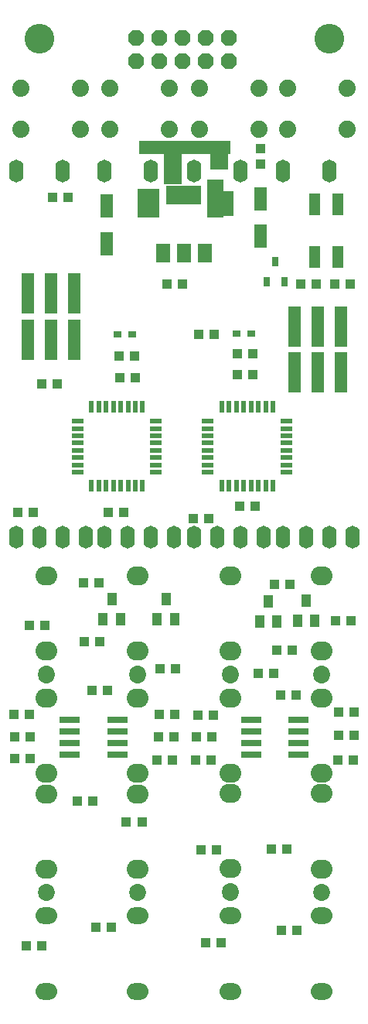
<source format=gts>
G04 DipTrace 3.2.0.1*
G04 twigs02.GTS*
%MOIN*%
G04 #@! TF.FileFunction,Soldermask,Top*
G04 #@! TF.Part,Single*
%AMOUTLINE0*
4,1,4,
0.027559,-0.051181,
0.027559,0.051181,
-0.027559,0.051181,
-0.027559,-0.051181,
0.027559,-0.051181,
0*%
%AMOUTLINE1*
4,1,4,
0.01378,0.019685,
-0.01378,0.019685,
-0.01378,-0.019685,
0.01378,-0.019685,
0.01378,0.019685,
0*%
%AMOUTLINE2*
4,1,4,
0.0295,0.0395,
-0.0295,0.0395,
-0.0295,-0.0395,
0.0295,-0.0395,
0.0295,0.0395,
0*%
%AMOUTLINE3*
4,1,4,
0.075,0.0395,
-0.075,0.0395,
-0.075,-0.0395,
0.075,-0.0395,
0.075,0.0395,
0*%
%AMOUTLINE4*
4,1,8,
0.034184,-0.014159,
0.014159,-0.034184,
-0.014159,-0.034184,
-0.034184,-0.014159,
-0.034184,0.014159,
-0.014159,0.034184,
0.014159,0.034184,
0.034184,0.014159,
0.034184,-0.014159,
0*%
%AMOUTLINE5*
4,1,4,
0.043307,-0.011811,
0.043307,0.011811,
-0.043307,0.011811,
-0.043307,-0.011811,
0.043307,-0.011811,
0*%
%AMOUTLINE6*
4,1,4,
-0.011,0.025,
-0.011,-0.025,
0.011,-0.025,
0.011,0.025,
-0.011,0.025,
0*%
%AMOUTLINE7*
4,1,4,
-0.025,0.011,
-0.025,-0.011,
0.025,-0.011,
0.025,0.011,
-0.025,0.011,
0*%
%AMOUTLINE8*
4,1,4,
0.016732,0.01378,
-0.016732,0.01378,
-0.016732,-0.01378,
0.016732,-0.01378,
0.016732,0.01378,
0*%
%AMOUTLINE9*
4,1,4,
0.019685,0.027559,
-0.019685,0.027559,
-0.019685,-0.027559,
0.019685,-0.027559,
0.019685,0.027559,
0*%
%ADD26R,0.043307X0.03937*%
%ADD37R,0.03937X0.043307*%
%ADD38C,0.074*%
%ADD44C,0.128*%
%ADD50O,0.063X0.098*%
%ADD56R,0.058X0.174929*%
%ADD58O,0.093X0.073*%
%ADD60C,0.073*%
%ADD62O,0.093X0.083*%
%ADD64R,0.04737X0.094614*%
%ADD71OUTLINE0*%
%ADD72OUTLINE1*%
%ADD73OUTLINE2*%
%ADD74OUTLINE3*%
%ADD75OUTLINE4*%
%ADD76OUTLINE5*%
%ADD77OUTLINE6*%
%ADD78OUTLINE7*%
%ADD79OUTLINE8*%
%ADD80OUTLINE9*%
%FSLAX26Y26*%
G04*
G70*
G90*
G75*
G01*
G04 TopMask*
%LPD*%
D71*
X831569Y3663384D3*
Y3824801D3*
D26*
X1160913Y3487514D3*
X1093984D3*
D71*
X1495691Y3694631D3*
Y3856048D3*
D64*
X1729603Y3606251D3*
X1829603D3*
Y3831054D3*
X1729603D3*
D72*
X1523375Y3500012D3*
X1598178D3*
X1560777Y3586627D3*
D73*
X1075728Y3622530D3*
X1165728D3*
X1255728D3*
D74*
X1164728Y3870530D3*
D75*
X960912Y4450338D3*
Y4550338D3*
X1060912Y4450338D3*
Y4550338D3*
X1160912Y4450338D3*
Y4550338D3*
X1260912Y4450338D3*
Y4550338D3*
X1360912Y4450338D3*
Y4550338D3*
D26*
X1735853Y3487514D3*
X1668923D3*
X1817094D3*
X1884023D3*
X1648412Y1719089D3*
X1581483D3*
X1898412Y1644089D3*
X1831483D3*
X1225233Y1631590D3*
X1292162D3*
X1473380Y2531364D3*
X1406451D3*
X1463084Y3099489D3*
X1396154D3*
X1461619Y3187683D3*
X1394690D3*
D76*
X1454662Y1612839D3*
Y1562839D3*
Y1512839D3*
Y1462839D3*
X1659387D3*
Y1512839D3*
Y1562839D3*
Y1612839D3*
D77*
X1329662Y2619089D3*
X1361158D3*
X1392654D3*
X1424151D3*
X1455647D3*
X1487143D3*
X1518639D3*
X1550135D3*
D78*
X1608899Y2677852D3*
Y2709348D3*
Y2740845D3*
Y2772341D3*
Y2803837D3*
Y2835333D3*
Y2866829D3*
Y2898325D3*
D77*
X1550135Y2957089D3*
X1518639D3*
X1487143D3*
X1455647D3*
X1424151D3*
X1392654D3*
X1361158D3*
X1329662D3*
D78*
X1270899Y2898325D3*
Y2866829D3*
Y2835333D3*
Y2803837D3*
Y2772341D3*
Y2740845D3*
Y2709348D3*
Y2677852D3*
D62*
X1760912Y1706089D3*
Y1381089D3*
D60*
Y1806089D3*
D62*
X1367162Y1706089D3*
Y1381089D3*
D60*
Y1806089D3*
D62*
X1760912Y1907089D3*
Y2232089D3*
D60*
Y1807089D3*
D62*
X1367162Y1907089D3*
Y2232089D3*
D60*
Y1807089D3*
D62*
X1760850Y969514D3*
Y1294514D3*
D60*
Y869514D3*
D58*
Y768564D3*
Y443564D3*
D60*
Y868564D3*
D62*
X1367162Y971096D3*
Y1296096D3*
D60*
Y871096D3*
D58*
Y768590D3*
Y443590D3*
D60*
Y868590D3*
D56*
X1642162Y3108079D3*
X1742162D3*
X1842162D3*
Y3305324D3*
X1742162D3*
X1642162D3*
D79*
X1391729Y3273938D3*
X1454721D3*
D80*
X1491282Y2035623D3*
X1528683Y2122237D3*
X1566085Y2035623D3*
X1654889Y2038183D3*
X1692291Y2124797D3*
X1729693Y2038183D3*
D26*
X1885912Y2037839D3*
X1818983D3*
X1898412Y1544089D3*
X1831483D3*
X1829662Y1437839D3*
X1896591D3*
X1485912Y1812839D3*
X1552841D3*
X1284091Y1437839D3*
X1217162D3*
X1218984Y1537839D3*
X1285913D3*
X1566821Y1913023D3*
X1633750D3*
D37*
X1495057Y4004043D3*
Y4070972D3*
D26*
X1258698Y652553D3*
X1325627D3*
X1239948Y1052553D3*
X1306878D3*
X1228336Y3271137D3*
X1295265D3*
X1652841Y706589D3*
X1585912D3*
X1609091Y1056589D3*
X1542162D3*
X1623233Y2196927D3*
X1556304D3*
X1206038Y2478064D3*
X1272967D3*
D38*
X1870164Y4333089D3*
X1614164D3*
X1870164Y4155089D3*
X1614164D3*
X1488912Y4333089D3*
X1232912D3*
X1488912Y4155089D3*
X1232912D3*
D50*
X1792102Y2400144D3*
X1892102D3*
X1792102Y3974947D3*
X1692102Y2400144D3*
X1592102Y3974947D3*
Y2400144D3*
X1410892D3*
X1510892D3*
X1410892Y3974947D3*
X1310892Y2400144D3*
X1210892Y3974947D3*
Y2400144D3*
D26*
X835912Y1737839D3*
X768983D3*
X1125627Y1635625D3*
X1058698D3*
X433696Y1633801D3*
X500626D3*
X906876Y2504373D3*
X839947D3*
X955918Y3084561D3*
X888989D3*
X953410Y3179293D3*
X886481D3*
D76*
X673412Y1612839D3*
Y1562839D3*
Y1512839D3*
Y1462839D3*
X878136D3*
Y1512839D3*
Y1562839D3*
Y1612839D3*
D77*
X767162Y2619090D3*
X798658D3*
X830154D3*
X861651D3*
X893147D3*
X924643D3*
X956139D3*
X987635D3*
D78*
X1046399Y2677854D3*
Y2709350D3*
Y2740846D3*
Y2772342D3*
Y2803838D3*
Y2835334D3*
Y2866830D3*
Y2898326D3*
D77*
X987635Y2957090D3*
X956139D3*
X924643D3*
X893147D3*
X861651D3*
X830154D3*
X798658D3*
X767162D3*
D78*
X708399Y2898326D3*
Y2866830D3*
Y2835334D3*
Y2803838D3*
Y2772342D3*
Y2740846D3*
Y2709350D3*
Y2677854D3*
D62*
X967162Y1706089D3*
Y1381089D3*
D60*
Y1806089D3*
D62*
X573412Y1706089D3*
Y1381089D3*
D60*
Y1806089D3*
D62*
X967162Y1907089D3*
Y2232089D3*
D60*
Y1807089D3*
D62*
X573412Y1907089D3*
Y2232089D3*
D60*
Y1807089D3*
D62*
X967162Y967719D3*
Y1292719D3*
D60*
Y867719D3*
D58*
Y768590D3*
Y443590D3*
D60*
Y868590D3*
D62*
X573412Y967719D3*
Y1292719D3*
D60*
Y867719D3*
D58*
Y768590D3*
Y443590D3*
D60*
Y868590D3*
D56*
X492233Y3250039D3*
X592233D3*
X692233D3*
Y3447283D3*
X592233D3*
X492233D3*
D79*
X881175Y3273666D3*
X944168D3*
D80*
X817162Y2044089D3*
X854564Y2130703D3*
X891965Y2044089D3*
X1050900D3*
X1088301Y2130703D3*
X1125703Y2044089D3*
D26*
X1129662Y1831589D3*
X1062733D3*
X1123412Y1537839D3*
X1056483D3*
X1050233Y1437839D3*
X1117162D3*
X565173Y2019734D3*
X498244D3*
X502841Y1444089D3*
X435912D3*
Y1537837D3*
X502841D3*
X802127Y1947834D3*
X735198D3*
X600779Y3862842D3*
X667708D3*
X485912Y637839D3*
X552841D3*
X704711Y1262747D3*
X771640D3*
X552971Y3057577D3*
X619900D3*
X852841Y719089D3*
X785912D3*
X984660Y1172783D3*
X917731D3*
X800593Y2201285D3*
X733664D3*
X448488Y2506367D3*
X515417D3*
D38*
X1101412Y4333089D3*
X845412D3*
X1101412Y4155089D3*
X845412D3*
X720161Y4333089D3*
X464161D3*
X720161Y4155089D3*
X464161D3*
D50*
X1023433Y2400144D3*
X1123433D3*
X1023433Y3974947D3*
X923433Y2400144D3*
X823433Y3974947D3*
Y2400144D3*
X642223D3*
X742223D3*
X642223Y3974947D3*
X542223Y2400144D3*
X442223Y3974947D3*
Y2400144D3*
D44*
X542162Y4544089D3*
X1792162D3*
G36*
X973433Y4106199D2*
X1367141D1*
Y4049955D1*
X973433D1*
Y4106199D1*
G37*
G36*
X1279651Y4093700D2*
X1354643D1*
Y3981212D1*
X1279651D1*
Y4093700D1*
G37*
G36*
X1267152Y3937467D2*
X1335895D1*
Y3774984D1*
X1267152D1*
Y3937467D1*
G37*
G36*
X1323396Y3887472D2*
X1379640D1*
Y3781233D1*
X1323396D1*
Y3887472D1*
G37*
G36*
X967183Y3899970D2*
X1060923D1*
Y3774984D1*
X967183D1*
Y3899970D1*
G37*
G36*
X1079672Y4049955D2*
X1154664D1*
Y3918719D1*
X1079672D1*
Y4049955D1*
G37*
M02*

</source>
